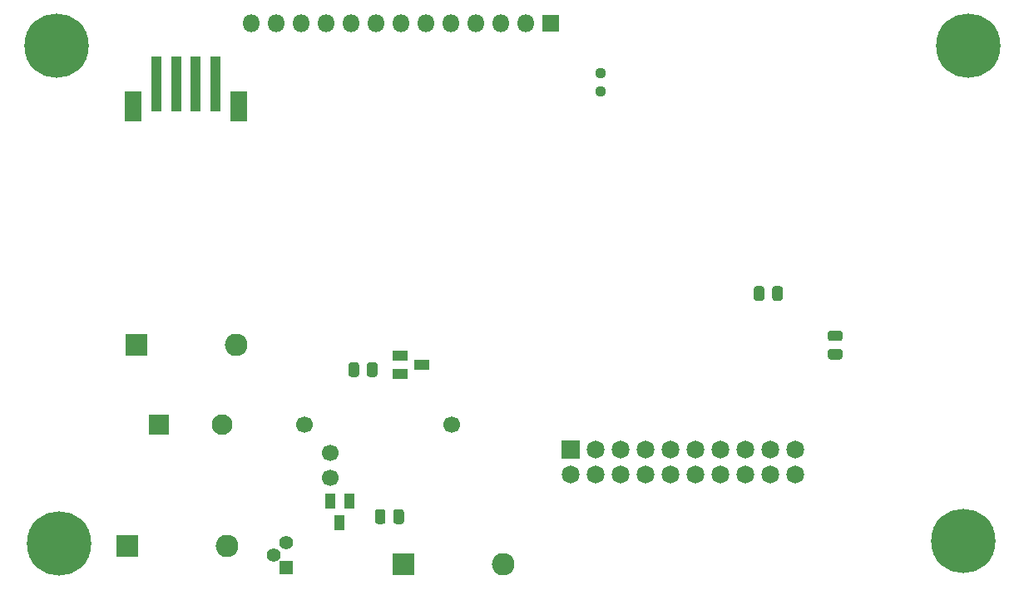
<source format=gbr>
G04 #@! TF.GenerationSoftware,KiCad,Pcbnew,(5.1.6-0-10_14)*
G04 #@! TF.CreationDate,2020-09-03T17:39:19-04:00*
G04 #@! TF.ProjectId,Pufferfish-Interface-2,50756666-6572-4666-9973-682d496e7465,rev?*
G04 #@! TF.SameCoordinates,Original*
G04 #@! TF.FileFunction,Soldermask,Bot*
G04 #@! TF.FilePolarity,Negative*
%FSLAX46Y46*%
G04 Gerber Fmt 4.6, Leading zero omitted, Abs format (unit mm)*
G04 Created by KiCad (PCBNEW (5.1.6-0-10_14)) date 2020-09-03 17:39:19*
%MOMM*%
%LPD*%
G01*
G04 APERTURE LIST*
%ADD10C,6.553200*%
%ADD11O,1.800000X1.800000*%
%ADD12R,1.800000X1.800000*%
%ADD13O,2.300000X2.300000*%
%ADD14R,2.300000X2.300000*%
%ADD15R,2.100000X2.100000*%
%ADD16C,2.100000*%
%ADD17C,1.110000*%
%ADD18R,1.400000X1.400000*%
%ADD19C,1.400000*%
%ADD20C,1.825000*%
%ADD21R,1.825000X1.825000*%
%ADD22R,1.500000X1.100000*%
%ADD23R,1.100000X1.500000*%
%ADD24R,1.100000X5.600000*%
%ADD25R,1.700000X3.100000*%
%ADD26C,1.700000*%
G04 APERTURE END LIST*
G36*
G01*
X62018750Y-29775000D02*
X62981250Y-29775000D01*
G75*
G02*
X63250000Y-30043750I0J-268750D01*
G01*
X63250000Y-30581250D01*
G75*
G02*
X62981250Y-30850000I-268750J0D01*
G01*
X62018750Y-30850000D01*
G75*
G02*
X61750000Y-30581250I0J268750D01*
G01*
X61750000Y-30043750D01*
G75*
G02*
X62018750Y-29775000I268750J0D01*
G01*
G37*
G36*
G01*
X62018750Y-31650000D02*
X62981250Y-31650000D01*
G75*
G02*
X63250000Y-31918750I0J-268750D01*
G01*
X63250000Y-32456250D01*
G75*
G02*
X62981250Y-32725000I-268750J0D01*
G01*
X62018750Y-32725000D01*
G75*
G02*
X61750000Y-32456250I0J268750D01*
G01*
X61750000Y-31918750D01*
G75*
G02*
X62018750Y-31650000I268750J0D01*
G01*
G37*
D10*
X75500000Y-51250000D03*
X76000000Y-750000D03*
X-16500000Y-51500000D03*
X-16750000Y-750000D03*
D11*
X3020000Y1500000D03*
X5560000Y1500000D03*
X8100000Y1500000D03*
X10640000Y1500000D03*
X13180000Y1500000D03*
X15720000Y1500000D03*
X18260000Y1500000D03*
X20800000Y1500000D03*
X23340000Y1500000D03*
X25880000Y1500000D03*
X28420000Y1500000D03*
X30960000Y1500000D03*
D12*
X33500000Y1500000D03*
D13*
X645380Y-51745980D03*
D14*
X-9514620Y-51745980D03*
D15*
X-6370000Y-39370000D03*
D16*
X130000Y-39370000D03*
D17*
X38650000Y-3550000D03*
X38650000Y-5450000D03*
G36*
G01*
X56087500Y-26481250D02*
X56087500Y-25518750D01*
G75*
G02*
X56356250Y-25250000I268750J0D01*
G01*
X56893750Y-25250000D01*
G75*
G02*
X57162500Y-25518750I0J-268750D01*
G01*
X57162500Y-26481250D01*
G75*
G02*
X56893750Y-26750000I-268750J0D01*
G01*
X56356250Y-26750000D01*
G75*
G02*
X56087500Y-26481250I0J268750D01*
G01*
G37*
G36*
G01*
X54212500Y-26481250D02*
X54212500Y-25518750D01*
G75*
G02*
X54481250Y-25250000I268750J0D01*
G01*
X55018750Y-25250000D01*
G75*
G02*
X55287500Y-25518750I0J-268750D01*
G01*
X55287500Y-26481250D01*
G75*
G02*
X55018750Y-26750000I-268750J0D01*
G01*
X54481250Y-26750000D01*
G75*
G02*
X54212500Y-26481250I0J268750D01*
G01*
G37*
D18*
X6630000Y-53920000D03*
D19*
X6630000Y-51380000D03*
X5360000Y-52650000D03*
D20*
X58453500Y-44409840D03*
X58453500Y-41869840D03*
X55913500Y-44409840D03*
X55913500Y-41869840D03*
X48293500Y-41869840D03*
X48293500Y-44409840D03*
X50833500Y-41869840D03*
X50833500Y-44409840D03*
X53373500Y-41869840D03*
X53373500Y-44409840D03*
X40673500Y-41869840D03*
X35593500Y-44409840D03*
X38133500Y-41869840D03*
X40673500Y-44409840D03*
D21*
X35593500Y-41869840D03*
D20*
X43213500Y-41869840D03*
X43213500Y-44409840D03*
X45753500Y-41869840D03*
X45753500Y-44409840D03*
X38133500Y-44409840D03*
D22*
X20376060Y-33258760D03*
X18176060Y-32308760D03*
X18176060Y-34208760D03*
D23*
X12070120Y-49355100D03*
X13020120Y-47155100D03*
X11120120Y-47155100D03*
G36*
G01*
X14037600Y-33282970D02*
X14037600Y-34245470D01*
G75*
G02*
X13768850Y-34514220I-268750J0D01*
G01*
X13231350Y-34514220D01*
G75*
G02*
X12962600Y-34245470I0J268750D01*
G01*
X12962600Y-33282970D01*
G75*
G02*
X13231350Y-33014220I268750J0D01*
G01*
X13768850Y-33014220D01*
G75*
G02*
X14037600Y-33282970I0J-268750D01*
G01*
G37*
G36*
G01*
X15912600Y-33282970D02*
X15912600Y-34245470D01*
G75*
G02*
X15643850Y-34514220I-268750J0D01*
G01*
X15106350Y-34514220D01*
G75*
G02*
X14837600Y-34245470I0J268750D01*
G01*
X14837600Y-33282970D01*
G75*
G02*
X15106350Y-33014220I268750J0D01*
G01*
X15643850Y-33014220D01*
G75*
G02*
X15912600Y-33282970I0J-268750D01*
G01*
G37*
G36*
G01*
X17524680Y-49216230D02*
X17524680Y-48253730D01*
G75*
G02*
X17793430Y-47984980I268750J0D01*
G01*
X18330930Y-47984980D01*
G75*
G02*
X18599680Y-48253730I0J-268750D01*
G01*
X18599680Y-49216230D01*
G75*
G02*
X18330930Y-49484980I-268750J0D01*
G01*
X17793430Y-49484980D01*
G75*
G02*
X17524680Y-49216230I0J268750D01*
G01*
G37*
G36*
G01*
X15649680Y-49216230D02*
X15649680Y-48253730D01*
G75*
G02*
X15918430Y-47984980I268750J0D01*
G01*
X16455930Y-47984980D01*
G75*
G02*
X16724680Y-48253730I0J-268750D01*
G01*
X16724680Y-49216230D01*
G75*
G02*
X16455930Y-49484980I-268750J0D01*
G01*
X15918430Y-49484980D01*
G75*
G02*
X15649680Y-49216230I0J268750D01*
G01*
G37*
D13*
X1550000Y-31250000D03*
D14*
X-8610000Y-31250000D03*
D13*
X28702000Y-53594000D03*
D14*
X18542000Y-53594000D03*
D24*
X-4573780Y-4645660D03*
X-2573780Y-4645660D03*
X-6573780Y-4645660D03*
X-573780Y-4645660D03*
D25*
X-8973780Y-6895660D03*
X1826220Y-6895660D03*
D26*
X11102000Y-44770000D03*
X11102000Y-42270000D03*
X8502000Y-39370000D03*
X23502000Y-39370000D03*
M02*

</source>
